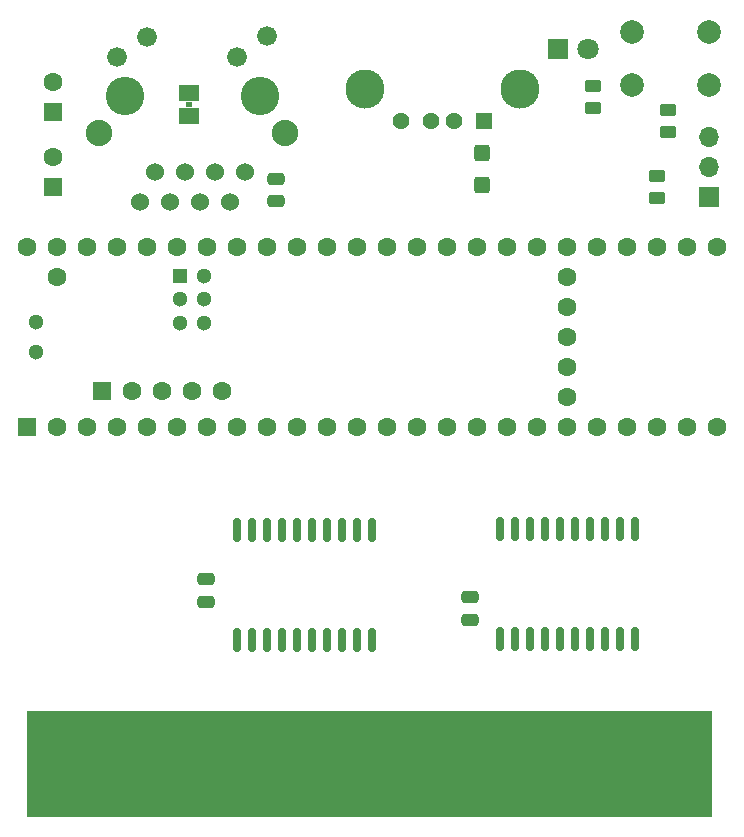
<source format=gbr>
%TF.GenerationSoftware,KiCad,Pcbnew,(6.0.4)*%
%TF.CreationDate,2023-08-14T23:38:21+02:00*%
%TF.ProjectId,TeensyROM,5465656e-7379-4524-9f4d-2e6b69636164,rev?*%
%TF.SameCoordinates,Original*%
%TF.FileFunction,Soldermask,Bot*%
%TF.FilePolarity,Negative*%
%FSLAX46Y46*%
G04 Gerber Fmt 4.6, Leading zero omitted, Abs format (unit mm)*
G04 Created by KiCad (PCBNEW (6.0.4)) date 2023-08-14 23:38:21*
%MOMM*%
%LPD*%
G01*
G04 APERTURE LIST*
G04 Aperture macros list*
%AMRoundRect*
0 Rectangle with rounded corners*
0 $1 Rounding radius*
0 $2 $3 $4 $5 $6 $7 $8 $9 X,Y pos of 4 corners*
0 Add a 4 corners polygon primitive as box body*
4,1,4,$2,$3,$4,$5,$6,$7,$8,$9,$2,$3,0*
0 Add four circle primitives for the rounded corners*
1,1,$1+$1,$2,$3*
1,1,$1+$1,$4,$5*
1,1,$1+$1,$6,$7*
1,1,$1+$1,$8,$9*
0 Add four rect primitives between the rounded corners*
20,1,$1+$1,$2,$3,$4,$5,0*
20,1,$1+$1,$4,$5,$6,$7,0*
20,1,$1+$1,$6,$7,$8,$9,0*
20,1,$1+$1,$8,$9,$2,$3,0*%
G04 Aperture macros list end*
%ADD10R,1.800000X1.800000*%
%ADD11C,1.800000*%
%ADD12R,1.700000X1.700000*%
%ADD13O,1.700000X1.700000*%
%ADD14C,3.316000*%
%ADD15C,1.428000*%
%ADD16R,1.428000X1.428000*%
%ADD17RoundRect,0.150000X-0.150000X0.875000X-0.150000X-0.875000X0.150000X-0.875000X0.150000X0.875000X0*%
%ADD18RoundRect,0.250000X0.425000X-0.450000X0.425000X0.450000X-0.425000X0.450000X-0.425000X-0.450000X0*%
%ADD19RoundRect,0.250000X-0.450000X0.262500X-0.450000X-0.262500X0.450000X-0.262500X0.450000X0.262500X0*%
%ADD20C,1.600000*%
%ADD21R,1.600000X1.600000*%
%ADD22R,1.300000X1.300000*%
%ADD23C,1.300000*%
%ADD24C,2.000000*%
%ADD25C,3.251200*%
%ADD26C,1.524000*%
%ADD27C,1.676400*%
%ADD28C,2.235200*%
%ADD29RoundRect,0.250000X-0.475000X0.250000X-0.475000X-0.250000X0.475000X-0.250000X0.475000X0.250000X0*%
%ADD30RoundRect,0.250000X0.475000X-0.250000X0.475000X0.250000X-0.475000X0.250000X-0.475000X-0.250000X0*%
%ADD31RoundRect,0.063500X-0.750000X0.650000X-0.750000X-0.650000X0.750000X-0.650000X0.750000X0.650000X0*%
G04 APERTURE END LIST*
%TO.C,J1*%
G36*
X177304449Y-139301657D02*
G01*
X119304449Y-139301657D01*
X119304449Y-130301657D01*
X177304449Y-130301657D01*
X177304449Y-139301657D01*
G37*
%TO.C,JP1*%
G36*
X133261100Y-79168500D02*
G01*
X132753100Y-79168500D01*
X132753100Y-78768700D01*
X133261100Y-78768700D01*
X133261100Y-79168500D01*
G37*
%TD*%
D10*
%TO.C,D1*%
X164262566Y-74259229D03*
D11*
X166802566Y-74259229D03*
%TD*%
D12*
%TO.C,J4*%
X177051100Y-86827600D03*
D13*
X177051100Y-84287600D03*
X177051100Y-81747600D03*
%TD*%
D14*
%TO.C,J2*%
X147893176Y-77697037D03*
X161033176Y-77697037D03*
D15*
X150963176Y-80407037D03*
X153463176Y-80407037D03*
X155463176Y-80407037D03*
D16*
X157963176Y-80407037D03*
%TD*%
D17*
%TO.C,U2*%
X159301498Y-114946122D03*
X160571498Y-114946122D03*
X161841498Y-114946122D03*
X163111498Y-114946122D03*
X164381498Y-114946122D03*
X165651498Y-114946122D03*
X166921498Y-114946122D03*
X168191498Y-114946122D03*
X169461498Y-114946122D03*
X170731498Y-114946122D03*
X170731498Y-124246122D03*
X169461498Y-124246122D03*
X168191498Y-124246122D03*
X166921498Y-124246122D03*
X165651498Y-124246122D03*
X164381498Y-124246122D03*
X163111498Y-124246122D03*
X161841498Y-124246122D03*
X160571498Y-124246122D03*
X159301498Y-124246122D03*
%TD*%
%TO.C,U3*%
X137078994Y-115012633D03*
X138348994Y-115012633D03*
X139618994Y-115012633D03*
X140888994Y-115012633D03*
X142158994Y-115012633D03*
X143428994Y-115012633D03*
X144698994Y-115012633D03*
X145968994Y-115012633D03*
X147238994Y-115012633D03*
X148508994Y-115012633D03*
X148508994Y-124312633D03*
X147238994Y-124312633D03*
X145968994Y-124312633D03*
X144698994Y-124312633D03*
X143428994Y-124312633D03*
X142158994Y-124312633D03*
X140888994Y-124312633D03*
X139618994Y-124312633D03*
X138348994Y-124312633D03*
X137078994Y-124312633D03*
%TD*%
D18*
%TO.C,C9*%
X157772100Y-85779600D03*
X157772100Y-83079600D03*
%TD*%
D19*
%TO.C,R2*%
X167170100Y-77421100D03*
X167170100Y-79246100D03*
%TD*%
D20*
%TO.C,U1*%
X121833358Y-93557900D03*
X135752558Y-103207100D03*
X133212558Y-103207100D03*
X130672558Y-103207100D03*
X128132558Y-103207100D03*
D21*
X125592558Y-103207100D03*
D20*
X119293358Y-91017900D03*
X121833358Y-91017900D03*
X124373358Y-91017900D03*
X126913358Y-91017900D03*
X129453358Y-91017900D03*
X131993358Y-91017900D03*
X134533358Y-91017900D03*
X137073358Y-91017900D03*
X139613358Y-91017900D03*
X142153358Y-91017900D03*
X144693358Y-91017900D03*
X147233358Y-91017900D03*
X149773358Y-91017900D03*
X152313358Y-91017900D03*
D21*
X119293358Y-106257900D03*
D20*
X121833358Y-106257900D03*
X124373358Y-106257900D03*
X126913358Y-106257900D03*
X129453358Y-106257900D03*
X131993358Y-106257900D03*
X134533358Y-106257900D03*
X137073358Y-106257900D03*
X139613358Y-106257900D03*
X142153358Y-106257900D03*
X144693358Y-106257900D03*
X147233358Y-106257900D03*
X149773358Y-106257900D03*
X154853358Y-91017900D03*
X157393358Y-91017900D03*
X159933358Y-91017900D03*
X162473358Y-91017900D03*
X165013358Y-91017900D03*
X167553358Y-91017900D03*
X170093358Y-91017900D03*
X172633358Y-91017900D03*
X175173358Y-91017900D03*
X177713358Y-91017900D03*
X177713358Y-106257900D03*
X175173358Y-106257900D03*
X172633358Y-106257900D03*
X170093358Y-106257900D03*
X152313358Y-106257900D03*
X154853358Y-106257900D03*
X157393358Y-106257900D03*
X167553358Y-106257900D03*
X165013358Y-106257900D03*
X162473358Y-106257900D03*
X159933358Y-106257900D03*
D22*
X132263358Y-93456300D03*
D23*
X134263358Y-93456300D03*
X132263358Y-95456300D03*
X134263358Y-95456300D03*
X134263358Y-97456300D03*
X132263358Y-97456300D03*
D20*
X165013358Y-103717900D03*
X165013358Y-101177900D03*
X165013358Y-98637900D03*
X165013358Y-96097900D03*
X165013358Y-93557900D03*
D23*
X120023358Y-99907900D03*
X120023358Y-97367900D03*
%TD*%
D21*
%TO.C,C1*%
X121450100Y-79603600D03*
D20*
X121450100Y-77103600D03*
%TD*%
D24*
%TO.C,S1*%
X170533649Y-72824288D03*
X177033649Y-72824288D03*
X177033649Y-77324288D03*
X170533649Y-77324288D03*
%TD*%
D25*
%TO.C,J3*%
X127546100Y-78282800D03*
X138976100Y-78282800D03*
D26*
X137706100Y-84658200D03*
X136436100Y-87198200D03*
X135166100Y-84658200D03*
X133896100Y-87198200D03*
X132626100Y-84658200D03*
X131356100Y-87198200D03*
X130086100Y-84658200D03*
X128816100Y-87198200D03*
D27*
X139585700Y-73202800D03*
X137045700Y-74930000D03*
X129476500Y-73228200D03*
X126936500Y-74930000D03*
D28*
X141135100Y-81356200D03*
X125387100Y-81356200D03*
%TD*%
D21*
%TO.C,C2*%
X121450100Y-85953600D03*
D20*
X121450100Y-83453600D03*
%TD*%
D29*
%TO.C,C8*%
X140373100Y-85257600D03*
X140373100Y-87157600D03*
%TD*%
D30*
%TO.C,C6*%
X156756100Y-122590600D03*
X156756100Y-120690600D03*
%TD*%
D31*
%TO.C,JP1*%
X133007100Y-78018600D03*
X133007100Y-79918600D03*
%TD*%
D19*
%TO.C,R3*%
X172631100Y-85041100D03*
X172631100Y-86866100D03*
%TD*%
%TO.C,R1*%
X173520100Y-79453100D03*
X173520100Y-81278100D03*
%TD*%
D29*
%TO.C,C7*%
X134404100Y-119166600D03*
X134404100Y-121066600D03*
%TD*%
M02*

</source>
